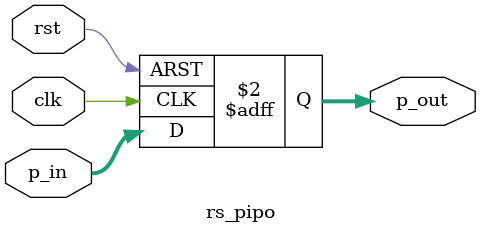
<source format=v>
module rs_pipo(
input clk,rst,
input [3:0]p_in,
output reg [3:0]p_out
);

always@(posedge clk or posedge rst)
begin
if (rst) begin
 p_out <= 4'b0000;
end 
else begin 
 p_out <= p_in;
end
end
endmodule

</source>
